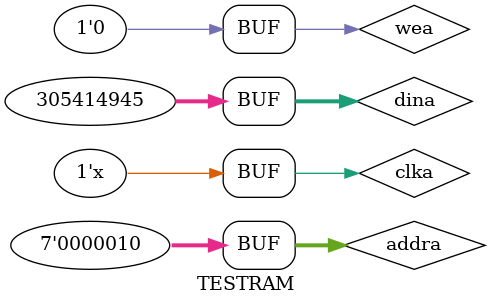
<source format=v>
`timescale 1ns / 1ps


module TESTRAM;

	// Inputs
	reg clka;
	reg [0:0] wea;
	reg [6:0] addra;
	reg [31:0] dina;

	// Outputs
	wire [31:0] douta;

	// Instantiate the Unit Under Test (UUT)
	RAM uut (
		.clka(clka), 
		.wea(wea), 
		.addra(addra), 
		.dina(dina), 
		.douta(douta)
	);
	always #1 clka = ~clka;
	initial begin
		// Initialize Inputs
		clka = 0;
		wea = 0;
		addra = 2;
		dina = 0;

		// Wait 100 ns for global reset to finish
		#100;
		
		wea = 1;
		dina = 32'h12344321;
        
		// Add stimulus here
		#100;
		wea = 0;
	end
      
endmodule


</source>
